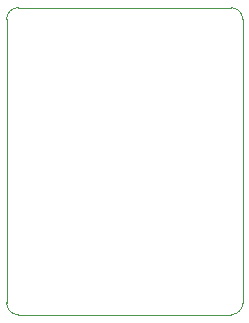
<source format=gm1>
G04 #@! TF.GenerationSoftware,KiCad,Pcbnew,8.0.5*
G04 #@! TF.CreationDate,2025-02-14T04:05:41-05:00*
G04 #@! TF.ProjectId,UTSM Adaptor,5554534d-2041-4646-9170-746f722e6b69,rev?*
G04 #@! TF.SameCoordinates,Original*
G04 #@! TF.FileFunction,Profile,NP*
%FSLAX46Y46*%
G04 Gerber Fmt 4.6, Leading zero omitted, Abs format (unit mm)*
G04 Created by KiCad (PCBNEW 8.0.5) date 2025-02-14 04:05:41*
%MOMM*%
%LPD*%
G01*
G04 APERTURE LIST*
G04 #@! TA.AperFunction,Profile*
%ADD10C,0.100000*%
G04 #@! TD*
G04 APERTURE END LIST*
D10*
X110600000Y-79481250D02*
X110600000Y-55481250D01*
X129600000Y-54481250D02*
G75*
G02*
X130599950Y-55481250I0J-999950D01*
G01*
X129600000Y-80481250D02*
X111600000Y-80481250D01*
X111600000Y-80481250D02*
G75*
G02*
X110600050Y-79481250I0J999950D01*
G01*
X110600000Y-55481250D02*
G75*
G02*
X111600000Y-54481200I1000000J50D01*
G01*
X111600000Y-54481250D02*
X129600000Y-54481250D01*
X130600000Y-55481250D02*
X130600000Y-79481250D01*
X130600000Y-79481250D02*
G75*
G02*
X129600000Y-80481300I-1000000J-50D01*
G01*
M02*

</source>
